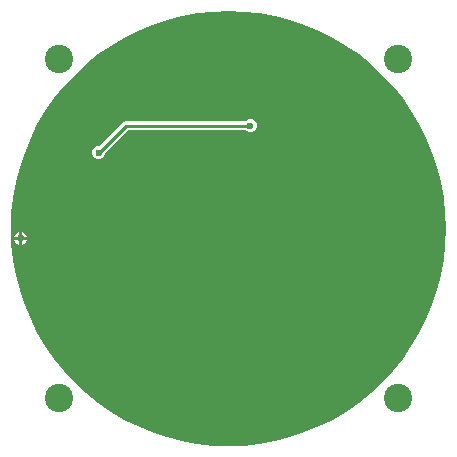
<source format=gbr>
G04*
G04 #@! TF.GenerationSoftware,Altium Limited,Altium Designer,22.4.2 (48)*
G04*
G04 Layer_Physical_Order=2*
G04 Layer_Color=16711680*
%FSLAX45Y45*%
%MOMM*%
G71*
G04*
G04 #@! TF.SameCoordinates,A1ACB9CE-F43E-4389-816B-9D06E944576F*
G04*
G04*
G04 #@! TF.FilePolarity,Positive*
G04*
G01*
G75*
%ADD11C,0.25400*%
%ADD43C,2.40000*%
%ADD44C,0.60000*%
G36*
X2334093Y4039811D02*
X2464816Y4025756D01*
X2594203Y4002412D01*
X2721596Y3969898D01*
X2846344Y3928377D01*
X2967813Y3878063D01*
X3085382Y3819212D01*
X3198454Y3752124D01*
X3306452Y3677140D01*
X3408825Y3594642D01*
X3505052Y3505052D01*
X3594642Y3408825D01*
X3677140Y3306452D01*
X3752124Y3198454D01*
X3819212Y3085382D01*
X3878063Y2967813D01*
X3928377Y2846344D01*
X3969898Y2721596D01*
X4002412Y2594203D01*
X4025756Y2464816D01*
X4039811Y2334093D01*
X4044503Y2202700D01*
X4039811Y2071307D01*
X4025756Y1940584D01*
X4002412Y1811197D01*
X3969898Y1683804D01*
X3928377Y1559056D01*
X3878063Y1437587D01*
X3819212Y1320017D01*
X3752124Y1206946D01*
X3677140Y1098948D01*
X3594642Y996575D01*
X3505052Y900348D01*
X3408825Y810758D01*
X3306452Y728260D01*
X3198454Y653276D01*
X3085382Y586188D01*
X2967813Y527337D01*
X2846344Y477023D01*
X2721596Y435502D01*
X2594203Y402988D01*
X2464816Y379643D01*
X2334093Y365589D01*
X2202700Y360896D01*
X2071307Y365589D01*
X1940584Y379643D01*
X1811197Y402988D01*
X1683804Y435502D01*
X1559056Y477023D01*
X1437587Y527337D01*
X1320017Y586188D01*
X1206946Y653276D01*
X1098948Y728260D01*
X996575Y810758D01*
X900348Y900348D01*
X810758Y996575D01*
X728260Y1098948D01*
X653276Y1206946D01*
X586188Y1320017D01*
X527337Y1437587D01*
X477023Y1559056D01*
X435502Y1683804D01*
X402988Y1811197D01*
X379643Y1940584D01*
X365589Y2071307D01*
X360896Y2202700D01*
X365589Y2334093D01*
X379643Y2464816D01*
X402988Y2594203D01*
X435502Y2721596D01*
X477023Y2846344D01*
X527337Y2967813D01*
X586188Y3085382D01*
X653276Y3198454D01*
X728260Y3306452D01*
X810758Y3408825D01*
X900348Y3505052D01*
X996575Y3594642D01*
X1098948Y3677140D01*
X1206946Y3752124D01*
X1320017Y3819212D01*
X1437587Y3878063D01*
X1559056Y3928377D01*
X1683804Y3969898D01*
X1811197Y4002412D01*
X1940584Y4025756D01*
X2071307Y4039811D01*
X2202700Y4044503D01*
X2334093Y4039811D01*
D02*
G37*
%LPC*%
G36*
X2398620Y3128800D02*
X2376580D01*
X2356219Y3120366D01*
X2348099Y3112247D01*
X1333500D01*
X1318634Y3109289D01*
X1306031Y3100869D01*
X1105363Y2900200D01*
X1093880D01*
X1073519Y2891766D01*
X1057934Y2876181D01*
X1049500Y2855820D01*
Y2833780D01*
X1057934Y2813419D01*
X1073519Y2797834D01*
X1093880Y2789400D01*
X1115920D01*
X1136281Y2797834D01*
X1151866Y2813419D01*
X1160300Y2833780D01*
Y2845263D01*
X1349591Y3034553D01*
X2348099D01*
X2356219Y3026434D01*
X2376580Y3018000D01*
X2398620D01*
X2418981Y3026434D01*
X2434566Y3042019D01*
X2443000Y3062380D01*
Y3084420D01*
X2434566Y3104781D01*
X2418981Y3120366D01*
X2398620Y3128800D01*
D02*
G37*
G36*
X457200Y2175604D02*
Y2133600D01*
X499204D01*
X491466Y2152281D01*
X475881Y2167866D01*
X457200Y2175604D01*
D02*
G37*
G36*
X431800D02*
X413119Y2167866D01*
X397534Y2152281D01*
X389796Y2133600D01*
X431800D01*
Y2175604D01*
D02*
G37*
G36*
X499204Y2108200D02*
X457200D01*
Y2066196D01*
X475881Y2073934D01*
X491466Y2089519D01*
X499204Y2108200D01*
D02*
G37*
G36*
X431800D02*
X389796D01*
X397534Y2089519D01*
X413119Y2073934D01*
X431800Y2066196D01*
Y2108200D01*
D02*
G37*
%LPD*%
D11*
X1333500Y3073400D02*
X2387600D01*
X1104900Y2844800D02*
X1333500Y3073400D01*
D43*
X770000Y3640800D02*
D03*
X3640800D02*
D03*
Y770000D02*
D03*
X770000D02*
D03*
D44*
X444500Y2120900D02*
D03*
X2387600Y3073400D02*
D03*
X1104900Y2844800D02*
D03*
M02*

</source>
